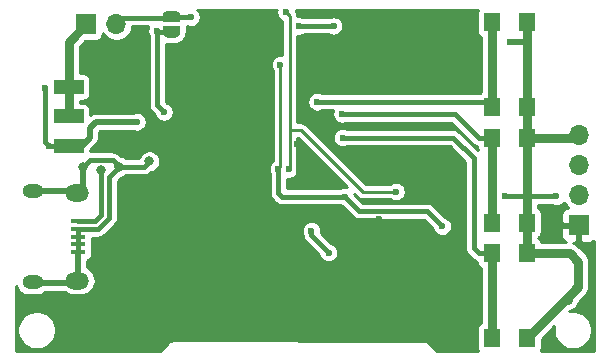
<source format=gbr>
G04 #@! TF.GenerationSoftware,KiCad,Pcbnew,(5.1.5)-2*
G04 #@! TF.CreationDate,2020-03-24T14:33:53+08:00*
G04 #@! TF.ProjectId,EV Meter,4556204d-6574-4657-922e-6b696361645f,rev?*
G04 #@! TF.SameCoordinates,Original*
G04 #@! TF.FileFunction,Copper,L1,Top*
G04 #@! TF.FilePolarity,Positive*
%FSLAX46Y46*%
G04 Gerber Fmt 4.6, Leading zero omitted, Abs format (unit mm)*
G04 Created by KiCad (PCBNEW (5.1.5)-2) date 2020-03-24 14:33:53*
%MOMM*%
%LPD*%
G04 APERTURE LIST*
%ADD10R,2.500000X1.250000*%
%ADD11R,1.400000X1.600000*%
%ADD12C,0.100000*%
%ADD13O,1.700000X1.700000*%
%ADD14R,1.700000X1.700000*%
%ADD15O,1.800000X1.150000*%
%ADD16O,2.000000X1.450000*%
%ADD17R,1.300000X0.450000*%
%ADD18C,0.600000*%
%ADD19C,0.800000*%
%ADD20C,0.400000*%
%ADD21C,0.250000*%
%ADD22C,0.800000*%
%ADD23C,0.500000*%
%ADD24C,0.254000*%
G04 APERTURE END LIST*
D10*
X116450000Y-116400000D03*
X116450000Y-113900000D03*
X116450000Y-111400000D03*
D11*
X152216400Y-125467600D03*
X152216400Y-132667600D03*
X155216400Y-125467600D03*
X155216400Y-132667600D03*
X152216400Y-115701300D03*
X152216400Y-122901300D03*
X155216400Y-115701300D03*
X155216400Y-122901300D03*
X152216400Y-105935000D03*
X152216400Y-113135000D03*
X155216400Y-105935000D03*
X155216400Y-113135000D03*
G04 #@! TA.AperFunction,SMDPad,CuDef*
D12*
G36*
X125865398Y-106730600D02*
G01*
X125865398Y-106755134D01*
X125860588Y-106803965D01*
X125851016Y-106852090D01*
X125836772Y-106899045D01*
X125817995Y-106944378D01*
X125794864Y-106987651D01*
X125767604Y-107028450D01*
X125736476Y-107066379D01*
X125701779Y-107101076D01*
X125663850Y-107132204D01*
X125623051Y-107159464D01*
X125579778Y-107182595D01*
X125534445Y-107201372D01*
X125487490Y-107215616D01*
X125439365Y-107225188D01*
X125390534Y-107229998D01*
X125366000Y-107229998D01*
X125366000Y-107230600D01*
X124866000Y-107230600D01*
X124866000Y-107229998D01*
X124841466Y-107229998D01*
X124792635Y-107225188D01*
X124744510Y-107215616D01*
X124697555Y-107201372D01*
X124652222Y-107182595D01*
X124608949Y-107159464D01*
X124568150Y-107132204D01*
X124530221Y-107101076D01*
X124495524Y-107066379D01*
X124464396Y-107028450D01*
X124437136Y-106987651D01*
X124414005Y-106944378D01*
X124395228Y-106899045D01*
X124380984Y-106852090D01*
X124371412Y-106803965D01*
X124366602Y-106755134D01*
X124366602Y-106730600D01*
X124366000Y-106730600D01*
X124366000Y-106230600D01*
X125866000Y-106230600D01*
X125866000Y-106730600D01*
X125865398Y-106730600D01*
G37*
G04 #@! TD.AperFunction*
G04 #@! TA.AperFunction,SMDPad,CuDef*
G36*
X124366000Y-105930600D02*
G01*
X124366000Y-105430600D01*
X124366602Y-105430600D01*
X124366602Y-105406066D01*
X124371412Y-105357235D01*
X124380984Y-105309110D01*
X124395228Y-105262155D01*
X124414005Y-105216822D01*
X124437136Y-105173549D01*
X124464396Y-105132750D01*
X124495524Y-105094821D01*
X124530221Y-105060124D01*
X124568150Y-105028996D01*
X124608949Y-105001736D01*
X124652222Y-104978605D01*
X124697555Y-104959828D01*
X124744510Y-104945584D01*
X124792635Y-104936012D01*
X124841466Y-104931202D01*
X124866000Y-104931202D01*
X124866000Y-104930600D01*
X125366000Y-104930600D01*
X125366000Y-104931202D01*
X125390534Y-104931202D01*
X125439365Y-104936012D01*
X125487490Y-104945584D01*
X125534445Y-104959828D01*
X125579778Y-104978605D01*
X125623051Y-105001736D01*
X125663850Y-105028996D01*
X125701779Y-105060124D01*
X125736476Y-105094821D01*
X125767604Y-105132750D01*
X125794864Y-105173549D01*
X125817995Y-105216822D01*
X125836772Y-105262155D01*
X125851016Y-105309110D01*
X125860588Y-105357235D01*
X125865398Y-105406066D01*
X125865398Y-105430600D01*
X125866000Y-105430600D01*
X125866000Y-105930600D01*
X124366000Y-105930600D01*
G37*
G04 #@! TD.AperFunction*
D13*
X159583800Y-115478600D03*
X159583800Y-118018600D03*
X159583800Y-120558600D03*
D14*
X159583800Y-123098600D03*
D13*
X120440000Y-106100000D03*
D14*
X117900000Y-106100000D03*
D15*
X113350000Y-127954000D03*
X113350000Y-120204000D03*
D16*
X117150000Y-127804000D03*
X117150000Y-120354000D03*
D17*
X117200000Y-125379000D03*
X117200000Y-124729000D03*
X117200000Y-124079000D03*
X117200000Y-123429000D03*
X117200000Y-122779000D03*
D18*
X144094200Y-117094000D03*
X135758600Y-116215200D03*
X135453800Y-119237800D03*
X142642000Y-122616000D03*
X130196000Y-129067600D03*
X129408600Y-121701600D03*
X144119700Y-119227500D03*
X153339800Y-120675400D03*
X153767200Y-107579200D03*
D19*
X123240800Y-117703600D03*
X117652800Y-118186200D03*
D18*
X126767000Y-105496400D03*
X138832000Y-106233000D03*
X135911000Y-106233000D03*
D19*
X120700800Y-118160800D03*
X159550102Y-128282700D03*
D18*
X157708600Y-120675404D03*
D19*
X119126000Y-118465600D03*
D18*
X114397200Y-111490800D03*
X114727400Y-116418400D03*
X122199400Y-114350800D03*
X124481000Y-113522800D03*
X123896800Y-106639400D03*
X137435000Y-112659200D03*
X139573000Y-113690400D03*
X139598400Y-115697000D03*
X139771800Y-120701010D03*
X134336200Y-109509600D03*
X134158400Y-118348800D03*
X148031200Y-123190000D03*
X134818804Y-105090000D03*
X135022000Y-118374200D03*
X144119600Y-120269000D03*
X136952400Y-123581200D03*
X138425600Y-125435400D03*
D20*
X130196000Y-129067600D02*
X130196000Y-123276400D01*
X129408600Y-122489000D02*
X129408600Y-121701600D01*
X130196000Y-123276400D02*
X129408600Y-122489000D01*
X129408600Y-121701600D02*
X139746400Y-121701600D01*
X139746400Y-121701600D02*
X140686200Y-122641400D01*
X140686200Y-122641400D02*
X142642000Y-122641400D01*
D21*
X135753799Y-118937801D02*
X135753799Y-116220001D01*
X135453800Y-119237800D02*
X135753799Y-118937801D01*
D20*
X144094200Y-119202000D02*
X144119700Y-119227500D01*
X144094200Y-117094000D02*
X144094200Y-119202000D01*
X117200000Y-123429000D02*
X117200000Y-125344600D01*
X117200000Y-123429000D02*
X118912400Y-123429000D01*
X118912400Y-123429000D02*
X119837200Y-122504200D01*
X119837200Y-122504200D02*
X119837200Y-119024400D01*
X119837200Y-119024400D02*
X120700800Y-118160800D01*
X120440000Y-106100000D02*
X120440000Y-105575000D01*
X120440000Y-105575000D02*
X120467800Y-105547200D01*
X120467800Y-105547200D02*
X125141400Y-105547200D01*
D22*
X155216400Y-113135000D02*
X155216400Y-115680400D01*
X155216400Y-124501300D02*
X155215000Y-124502700D01*
X155216400Y-122901300D02*
X155216400Y-124501300D01*
D20*
X135911000Y-106233000D02*
X138832000Y-106233000D01*
X126767000Y-105496400D02*
X125192200Y-105496400D01*
X120126800Y-117586800D02*
X120700800Y-118160800D01*
X117652800Y-118186200D02*
X118252200Y-117586800D01*
X118252200Y-117586800D02*
X120126800Y-117586800D01*
X122783600Y-118160800D02*
X123240800Y-117703600D01*
X120700800Y-118160800D02*
X122783600Y-118160800D01*
D22*
X155216400Y-117301300D02*
X155215000Y-117302700D01*
X155216400Y-115701300D02*
X155216400Y-117301300D01*
X155216400Y-107535000D02*
X155215000Y-107536400D01*
X155216400Y-105935000D02*
X155216400Y-107535000D01*
X155215000Y-107536400D02*
X155215000Y-113065600D01*
X155216400Y-115701300D02*
X159335700Y-115701300D01*
X159335700Y-115701300D02*
X159609200Y-115427800D01*
D23*
X155172200Y-107579200D02*
X155215000Y-107536400D01*
X153767200Y-107579200D02*
X155172200Y-107579200D01*
X117652800Y-118186200D02*
X117652800Y-119766800D01*
X117652800Y-119766800D02*
X117191200Y-120228400D01*
X117191200Y-120228400D02*
X117165800Y-120203000D01*
X117165800Y-120203000D02*
X113432000Y-120203000D01*
X117200000Y-125379000D02*
X117200000Y-127814200D01*
X117200000Y-127814200D02*
X117038800Y-127975400D01*
X117038800Y-127975400D02*
X113355800Y-127975400D01*
D22*
X158666915Y-129165887D02*
X158666915Y-129463800D01*
X159550102Y-128282700D02*
X158666915Y-129165887D01*
X155215000Y-132649000D02*
X159550102Y-128313898D01*
X159550102Y-128313898D02*
X159550102Y-128282700D01*
X159550102Y-126187202D02*
X159550102Y-128282700D01*
X155216400Y-125467600D02*
X158830500Y-125467600D01*
X158830500Y-125467600D02*
X159550102Y-126187202D01*
X155215000Y-117302700D02*
X155219400Y-120675400D01*
D20*
X153339800Y-120675400D02*
X155219400Y-120675400D01*
D22*
X155219400Y-120675400D02*
X155215000Y-122870000D01*
D20*
X155219400Y-120675400D02*
X155219404Y-120675404D01*
X155219404Y-120675404D02*
X157284336Y-120675404D01*
X157284336Y-120675404D02*
X157708600Y-120675404D01*
X117200000Y-122779000D02*
X118597200Y-122779000D01*
X118597200Y-122779000D02*
X119126000Y-122250200D01*
X119126000Y-122250200D02*
X119126000Y-118465600D01*
X119126000Y-118465600D02*
X119126000Y-118465600D01*
D23*
X118186200Y-114884200D02*
X118186200Y-115697000D01*
X118186200Y-115697000D02*
X117500400Y-116382800D01*
X118719600Y-114350800D02*
X118186200Y-114884200D01*
X122199400Y-114350800D02*
X118719600Y-114350800D01*
D20*
X114727400Y-116418400D02*
X115151664Y-116418400D01*
X115151664Y-116418400D02*
X116429200Y-116418400D01*
X114397200Y-116088200D02*
X114727400Y-116418400D01*
X114397200Y-111490800D02*
X114397200Y-116088200D01*
D22*
X117900000Y-106100000D02*
X116400000Y-107600000D01*
X116400000Y-107600000D02*
X116400000Y-111300000D01*
X116450000Y-111400000D02*
X116450000Y-113732200D01*
D20*
X123988000Y-106730600D02*
X123896800Y-106639400D01*
X125116000Y-106730600D02*
X123988000Y-106730600D01*
X123896800Y-112938600D02*
X124481000Y-113522800D01*
X123896800Y-106639400D02*
X123896800Y-112938600D01*
D22*
X152216400Y-111535000D02*
X152217800Y-111533600D01*
X152216400Y-113135000D02*
X152216400Y-111535000D01*
X152217800Y-111533600D02*
X152217800Y-105979000D01*
D20*
X137435000Y-112659200D02*
X152207000Y-112659200D01*
D22*
X152216400Y-117301300D02*
X152217800Y-117302700D01*
X152216400Y-115701300D02*
X152216400Y-117301300D01*
X152217800Y-117302700D02*
X152217800Y-122793800D01*
D20*
X151116400Y-115701300D02*
X149105500Y-113690400D01*
X152216400Y-115701300D02*
X151116400Y-115701300D01*
X149105500Y-113690400D02*
X139573000Y-113690400D01*
X139573000Y-113690400D02*
X139573000Y-113690400D01*
D22*
X152216400Y-132667600D02*
X152216400Y-125462200D01*
X152216400Y-125462200D02*
X152217800Y-125460800D01*
D20*
X151116400Y-125467600D02*
X150698200Y-125049400D01*
X152216400Y-125467600D02*
X151116400Y-125467600D01*
X150698200Y-125049400D02*
X150698200Y-117424200D01*
X150698200Y-117424200D02*
X148971000Y-115697000D01*
X148971000Y-115697000D02*
X139598400Y-115697000D01*
X139598400Y-115697000D02*
X139598400Y-115697000D01*
D21*
X134336200Y-118171000D02*
X134158400Y-118348800D01*
X134336200Y-109509600D02*
X134336200Y-118171000D01*
D20*
X139771800Y-120701010D02*
X134453210Y-120701010D01*
X134158400Y-120406200D02*
X134158400Y-118348800D01*
X134453210Y-120701010D02*
X134158400Y-120406200D01*
X139771800Y-120701010D02*
X140990790Y-121920000D01*
X140990790Y-121920000D02*
X142301998Y-121920000D01*
X142305999Y-121915999D02*
X146757199Y-121915999D01*
X142301998Y-121920000D02*
X142305999Y-121915999D01*
X146757199Y-121915999D02*
X148031200Y-123190000D01*
X148031200Y-123190000D02*
X148031200Y-123190000D01*
D21*
X135118803Y-118277397D02*
X135022000Y-118374200D01*
X134818804Y-105090000D02*
X135118803Y-105389999D01*
X141300200Y-120269000D02*
X136093200Y-115062000D01*
X144119600Y-120269000D02*
X141300200Y-120269000D01*
X136093200Y-115062000D02*
X135128000Y-115062000D01*
X135118803Y-105389999D02*
X135128000Y-115062000D01*
X135128000Y-115062000D02*
X135118803Y-118277397D01*
D20*
X136952400Y-123962200D02*
X138425600Y-125435400D01*
X136952400Y-123581200D02*
X136952400Y-123962200D01*
D24*
G36*
X133991804Y-105008548D02*
G01*
X133991804Y-105171452D01*
X134023586Y-105331227D01*
X134085927Y-105481731D01*
X134176432Y-105617181D01*
X134291623Y-105732372D01*
X134427073Y-105822877D01*
X134467230Y-105839511D01*
X134469944Y-108693002D01*
X134417652Y-108682600D01*
X134254748Y-108682600D01*
X134094973Y-108714382D01*
X133944469Y-108776723D01*
X133809019Y-108867228D01*
X133693828Y-108982419D01*
X133603323Y-109117869D01*
X133540982Y-109268373D01*
X133509200Y-109428148D01*
X133509200Y-109591052D01*
X133540982Y-109750827D01*
X133603323Y-109901331D01*
X133684200Y-110022372D01*
X133684201Y-117671027D01*
X133631219Y-117706428D01*
X133516028Y-117821619D01*
X133425523Y-117957069D01*
X133363182Y-118107573D01*
X133331400Y-118267348D01*
X133331400Y-118430252D01*
X133363182Y-118590027D01*
X133425523Y-118740531D01*
X133431401Y-118749328D01*
X133431400Y-120370492D01*
X133427883Y-120406200D01*
X133441920Y-120548717D01*
X133455641Y-120593948D01*
X133483490Y-120685756D01*
X133550997Y-120812052D01*
X133641846Y-120922753D01*
X133669590Y-120945522D01*
X133913884Y-121189816D01*
X133936656Y-121217564D01*
X134047357Y-121308413D01*
X134173653Y-121375920D01*
X134310693Y-121417490D01*
X134417502Y-121428010D01*
X134417504Y-121428010D01*
X134453209Y-121431527D01*
X134488915Y-121428010D01*
X139371273Y-121428010D01*
X139380069Y-121433887D01*
X139530573Y-121496228D01*
X139540950Y-121498292D01*
X140451469Y-122408812D01*
X140474236Y-122436554D01*
X140584937Y-122527403D01*
X140711233Y-122594910D01*
X140816377Y-122626805D01*
X140848272Y-122636480D01*
X140990789Y-122650517D01*
X141026497Y-122647000D01*
X142266290Y-122647000D01*
X142301998Y-122650517D01*
X142378328Y-122642999D01*
X146456067Y-122642999D01*
X147233918Y-123420851D01*
X147235982Y-123431227D01*
X147298323Y-123581731D01*
X147388828Y-123717181D01*
X147504019Y-123832372D01*
X147639469Y-123922877D01*
X147789973Y-123985218D01*
X147949748Y-124017000D01*
X148112652Y-124017000D01*
X148272427Y-123985218D01*
X148422931Y-123922877D01*
X148558381Y-123832372D01*
X148673572Y-123717181D01*
X148764077Y-123581731D01*
X148826418Y-123431227D01*
X148858200Y-123271452D01*
X148858200Y-123108548D01*
X148826418Y-122948773D01*
X148764077Y-122798269D01*
X148673572Y-122662819D01*
X148558381Y-122547628D01*
X148422931Y-122457123D01*
X148272427Y-122394782D01*
X148262051Y-122392718D01*
X147296525Y-121427193D01*
X147273753Y-121399445D01*
X147163052Y-121308596D01*
X147036756Y-121241089D01*
X146899716Y-121199519D01*
X146792907Y-121188999D01*
X146757199Y-121185482D01*
X146721491Y-121188999D01*
X142341704Y-121188999D01*
X142305998Y-121185482D01*
X142270293Y-121188999D01*
X142270291Y-121188999D01*
X142229669Y-121193000D01*
X141291923Y-121193000D01*
X140569082Y-120470160D01*
X140567018Y-120459783D01*
X140565676Y-120456543D01*
X140816520Y-120707387D01*
X140836936Y-120732264D01*
X140936216Y-120813741D01*
X141049483Y-120874283D01*
X141172385Y-120911565D01*
X141300199Y-120924154D01*
X141332221Y-120921000D01*
X143606828Y-120921000D01*
X143727869Y-121001877D01*
X143878373Y-121064218D01*
X144038148Y-121096000D01*
X144201052Y-121096000D01*
X144360827Y-121064218D01*
X144511331Y-121001877D01*
X144646781Y-120911372D01*
X144761972Y-120796181D01*
X144852477Y-120660731D01*
X144914818Y-120510227D01*
X144946600Y-120350452D01*
X144946600Y-120187548D01*
X144914818Y-120027773D01*
X144852477Y-119877269D01*
X144761972Y-119741819D01*
X144646781Y-119626628D01*
X144511331Y-119536123D01*
X144360827Y-119473782D01*
X144201052Y-119442000D01*
X144038148Y-119442000D01*
X143878373Y-119473782D01*
X143727869Y-119536123D01*
X143606828Y-119617000D01*
X141570267Y-119617000D01*
X136576885Y-114623619D01*
X136556464Y-114598736D01*
X136457184Y-114517259D01*
X136343917Y-114456717D01*
X136221014Y-114419435D01*
X136125222Y-114410000D01*
X136093200Y-114406846D01*
X136061178Y-114410000D01*
X135779380Y-114410000D01*
X135772380Y-107048628D01*
X135829548Y-107060000D01*
X135992452Y-107060000D01*
X136152227Y-107028218D01*
X136302731Y-106965877D01*
X136311527Y-106960000D01*
X138431473Y-106960000D01*
X138440269Y-106965877D01*
X138590773Y-107028218D01*
X138750548Y-107060000D01*
X138913452Y-107060000D01*
X139073227Y-107028218D01*
X139223731Y-106965877D01*
X139359181Y-106875372D01*
X139474372Y-106760181D01*
X139564877Y-106624731D01*
X139627218Y-106474227D01*
X139659000Y-106314452D01*
X139659000Y-106151548D01*
X139627218Y-105991773D01*
X139564877Y-105841269D01*
X139474372Y-105705819D01*
X139359181Y-105590628D01*
X139223731Y-105500123D01*
X139073227Y-105437782D01*
X138913452Y-105406000D01*
X138750548Y-105406000D01*
X138590773Y-105437782D01*
X138440269Y-105500123D01*
X138431473Y-105506000D01*
X136311527Y-105506000D01*
X136302731Y-105500123D01*
X136152227Y-105437782D01*
X135992452Y-105406000D01*
X135829548Y-105406000D01*
X135771239Y-105417599D01*
X135773957Y-105389999D01*
X135770772Y-105357665D01*
X135770772Y-105357358D01*
X135767670Y-105326172D01*
X135761368Y-105262184D01*
X135761277Y-105261883D01*
X135761246Y-105261575D01*
X135742772Y-105200881D01*
X135724086Y-105139283D01*
X135723938Y-105139006D01*
X135723847Y-105138707D01*
X135693575Y-105082201D01*
X135663543Y-105026016D01*
X135663346Y-105025776D01*
X135663197Y-105025498D01*
X135644701Y-105003004D01*
X135614664Y-104852000D01*
X151070108Y-104852000D01*
X151027161Y-104932350D01*
X150997026Y-105031690D01*
X150986851Y-105135000D01*
X150986851Y-106735000D01*
X150997026Y-106838310D01*
X151027161Y-106937650D01*
X151076096Y-107029202D01*
X151141952Y-107109448D01*
X151222198Y-107175304D01*
X151290801Y-107211973D01*
X151290800Y-111475258D01*
X151284916Y-111535000D01*
X151289401Y-111580537D01*
X151289401Y-111858776D01*
X151222198Y-111894696D01*
X151176499Y-111932200D01*
X137835527Y-111932200D01*
X137826731Y-111926323D01*
X137676227Y-111863982D01*
X137516452Y-111832200D01*
X137353548Y-111832200D01*
X137193773Y-111863982D01*
X137043269Y-111926323D01*
X136907819Y-112016828D01*
X136792628Y-112132019D01*
X136702123Y-112267469D01*
X136639782Y-112417973D01*
X136608000Y-112577748D01*
X136608000Y-112740652D01*
X136639782Y-112900427D01*
X136702123Y-113050931D01*
X136792628Y-113186381D01*
X136907819Y-113301572D01*
X137043269Y-113392077D01*
X137193773Y-113454418D01*
X137353548Y-113486200D01*
X137516452Y-113486200D01*
X137676227Y-113454418D01*
X137826731Y-113392077D01*
X137835527Y-113386200D01*
X138803866Y-113386200D01*
X138777782Y-113449173D01*
X138746000Y-113608948D01*
X138746000Y-113771852D01*
X138777782Y-113931627D01*
X138840123Y-114082131D01*
X138930628Y-114217581D01*
X139045819Y-114332772D01*
X139181269Y-114423277D01*
X139331773Y-114485618D01*
X139491548Y-114517400D01*
X139654452Y-114517400D01*
X139814227Y-114485618D01*
X139964731Y-114423277D01*
X139973527Y-114417400D01*
X148804368Y-114417400D01*
X150577079Y-116190112D01*
X150599846Y-116217854D01*
X150710547Y-116308703D01*
X150780656Y-116346177D01*
X150836843Y-116376210D01*
X150973882Y-116417780D01*
X150986851Y-116419057D01*
X150986851Y-116501300D01*
X150997026Y-116604610D01*
X151027161Y-116703950D01*
X151051363Y-116749229D01*
X149510325Y-115208193D01*
X149487554Y-115180446D01*
X149376853Y-115089597D01*
X149250557Y-115022090D01*
X149113517Y-114980520D01*
X149006708Y-114970000D01*
X148971000Y-114966483D01*
X148935292Y-114970000D01*
X139998927Y-114970000D01*
X139990131Y-114964123D01*
X139839627Y-114901782D01*
X139679852Y-114870000D01*
X139516948Y-114870000D01*
X139357173Y-114901782D01*
X139206669Y-114964123D01*
X139071219Y-115054628D01*
X138956028Y-115169819D01*
X138865523Y-115305269D01*
X138803182Y-115455773D01*
X138771400Y-115615548D01*
X138771400Y-115778452D01*
X138803182Y-115938227D01*
X138865523Y-116088731D01*
X138956028Y-116224181D01*
X139071219Y-116339372D01*
X139206669Y-116429877D01*
X139357173Y-116492218D01*
X139516948Y-116524000D01*
X139679852Y-116524000D01*
X139839627Y-116492218D01*
X139990131Y-116429877D01*
X139998927Y-116424000D01*
X148669868Y-116424000D01*
X149971201Y-117725335D01*
X149971200Y-125013692D01*
X149967683Y-125049400D01*
X149981720Y-125191917D01*
X150008584Y-125280476D01*
X150023290Y-125328956D01*
X150090797Y-125455252D01*
X150181646Y-125565953D01*
X150209390Y-125588722D01*
X150577074Y-125956406D01*
X150599846Y-125984154D01*
X150710547Y-126075003D01*
X150806440Y-126126259D01*
X150836843Y-126142510D01*
X150973882Y-126184080D01*
X150986851Y-126185357D01*
X150986851Y-126267600D01*
X150997026Y-126370910D01*
X151027161Y-126470250D01*
X151076096Y-126561802D01*
X151141952Y-126642048D01*
X151222198Y-126707904D01*
X151289401Y-126743824D01*
X151289400Y-131391376D01*
X151222198Y-131427296D01*
X151141952Y-131493152D01*
X151076096Y-131573398D01*
X151027161Y-131664950D01*
X150997026Y-131764290D01*
X150986851Y-131867600D01*
X150986851Y-133467600D01*
X150997026Y-133570910D01*
X151027161Y-133670250D01*
X151068719Y-133748000D01*
X147618641Y-133748000D01*
X146907260Y-133079594D01*
X146895858Y-133065639D01*
X146867737Y-133042459D01*
X146861026Y-133036153D01*
X146846820Y-133025216D01*
X146811955Y-132996477D01*
X146803790Y-132992090D01*
X146796451Y-132986440D01*
X146755973Y-132966398D01*
X146716171Y-132945013D01*
X146707310Y-132942304D01*
X146699007Y-132938193D01*
X146655399Y-132926434D01*
X146612188Y-132913224D01*
X146602965Y-132912295D01*
X146594022Y-132909884D01*
X146548965Y-132906858D01*
X146531103Y-132905060D01*
X146521885Y-132905040D01*
X146485533Y-132902599D01*
X146467664Y-132904923D01*
X125263358Y-132859043D01*
X125228273Y-132856526D01*
X125182184Y-132862305D01*
X125135967Y-132866756D01*
X125128318Y-132869058D01*
X125120384Y-132870053D01*
X125076298Y-132884715D01*
X125031847Y-132898094D01*
X125024794Y-132901844D01*
X125017206Y-132904368D01*
X124976817Y-132927355D01*
X124935841Y-132949144D01*
X124929657Y-132954197D01*
X124922706Y-132958153D01*
X124887587Y-132988571D01*
X124851639Y-133017942D01*
X124829267Y-133045082D01*
X124162721Y-133748000D01*
X111952000Y-133748000D01*
X111952000Y-131839755D01*
X112073000Y-131839755D01*
X112073000Y-132160245D01*
X112135525Y-132474578D01*
X112258172Y-132770673D01*
X112436227Y-133037152D01*
X112662848Y-133263773D01*
X112929327Y-133441828D01*
X113225422Y-133564475D01*
X113539755Y-133627000D01*
X113860245Y-133627000D01*
X114174578Y-133564475D01*
X114470673Y-133441828D01*
X114737152Y-133263773D01*
X114963773Y-133037152D01*
X115141828Y-132770673D01*
X115264475Y-132474578D01*
X115327000Y-132160245D01*
X115327000Y-131839755D01*
X115264475Y-131525422D01*
X115141828Y-131229327D01*
X114963773Y-130962848D01*
X114737152Y-130736227D01*
X114470673Y-130558172D01*
X114174578Y-130435525D01*
X113860245Y-130373000D01*
X113539755Y-130373000D01*
X113225422Y-130435525D01*
X112929327Y-130558172D01*
X112662848Y-130736227D01*
X112436227Y-130962848D01*
X112258172Y-131229327D01*
X112135525Y-131525422D01*
X112073000Y-131839755D01*
X111952000Y-131839755D01*
X111952000Y-128213066D01*
X112001959Y-128377758D01*
X112104287Y-128569201D01*
X112241998Y-128737002D01*
X112409799Y-128874713D01*
X112601242Y-128977041D01*
X112808970Y-129040055D01*
X112970863Y-129056000D01*
X113729137Y-129056000D01*
X113891030Y-129040055D01*
X114098758Y-128977041D01*
X114290201Y-128874713D01*
X114439240Y-128752400D01*
X116057091Y-128752400D01*
X116176061Y-128850036D01*
X116393562Y-128966293D01*
X116629565Y-129037884D01*
X116813502Y-129056000D01*
X117486498Y-129056000D01*
X117670435Y-129037884D01*
X117906438Y-128966293D01*
X118123939Y-128850036D01*
X118314581Y-128693581D01*
X118471036Y-128502939D01*
X118587293Y-128285438D01*
X118658884Y-128049435D01*
X118683057Y-127804000D01*
X118658884Y-127558565D01*
X118587293Y-127322562D01*
X118471036Y-127105061D01*
X118314581Y-126914419D01*
X118123939Y-126757964D01*
X117977000Y-126679423D01*
X117977000Y-126116188D01*
X118052650Y-126093239D01*
X118144202Y-126044304D01*
X118224448Y-125978448D01*
X118290304Y-125898202D01*
X118339239Y-125806650D01*
X118369374Y-125707310D01*
X118379549Y-125604000D01*
X118379549Y-125154000D01*
X118369700Y-125054000D01*
X118379549Y-124954000D01*
X118379549Y-124504000D01*
X118369700Y-124404000D01*
X118379549Y-124304000D01*
X118379549Y-124156000D01*
X118876692Y-124156000D01*
X118912400Y-124159517D01*
X119054917Y-124145480D01*
X119067695Y-124141604D01*
X119191957Y-124103910D01*
X119318253Y-124036403D01*
X119428954Y-123945554D01*
X119451725Y-123917807D01*
X119869784Y-123499748D01*
X136125400Y-123499748D01*
X136125400Y-123662652D01*
X136157182Y-123822427D01*
X136219523Y-123972931D01*
X136223531Y-123978929D01*
X136225400Y-123997907D01*
X136225400Y-123997908D01*
X136235920Y-124104717D01*
X136277490Y-124241757D01*
X136344997Y-124368053D01*
X136435847Y-124478754D01*
X136463589Y-124501521D01*
X137628318Y-125666251D01*
X137630382Y-125676627D01*
X137692723Y-125827131D01*
X137783228Y-125962581D01*
X137898419Y-126077772D01*
X138033869Y-126168277D01*
X138184373Y-126230618D01*
X138344148Y-126262400D01*
X138507052Y-126262400D01*
X138666827Y-126230618D01*
X138817331Y-126168277D01*
X138952781Y-126077772D01*
X139067972Y-125962581D01*
X139158477Y-125827131D01*
X139220818Y-125676627D01*
X139252600Y-125516852D01*
X139252600Y-125353948D01*
X139220818Y-125194173D01*
X139158477Y-125043669D01*
X139067972Y-124908219D01*
X138952781Y-124793028D01*
X138817331Y-124702523D01*
X138666827Y-124640182D01*
X138656451Y-124638118D01*
X137763071Y-123744739D01*
X137779400Y-123662652D01*
X137779400Y-123499748D01*
X137747618Y-123339973D01*
X137685277Y-123189469D01*
X137594772Y-123054019D01*
X137479581Y-122938828D01*
X137344131Y-122848323D01*
X137193627Y-122785982D01*
X137033852Y-122754200D01*
X136870948Y-122754200D01*
X136711173Y-122785982D01*
X136560669Y-122848323D01*
X136425219Y-122938828D01*
X136310028Y-123054019D01*
X136219523Y-123189469D01*
X136157182Y-123339973D01*
X136125400Y-123499748D01*
X119869784Y-123499748D01*
X120326021Y-123043512D01*
X120353753Y-123020754D01*
X120376512Y-122993022D01*
X120376516Y-122993018D01*
X120420988Y-122938828D01*
X120444603Y-122910053D01*
X120512110Y-122783757D01*
X120525681Y-122739018D01*
X120553680Y-122646718D01*
X120567717Y-122504200D01*
X120564200Y-122468492D01*
X120564200Y-119325533D01*
X120804374Y-119085359D01*
X120971196Y-119052176D01*
X121139899Y-118982296D01*
X121281324Y-118887800D01*
X122747892Y-118887800D01*
X122783600Y-118891317D01*
X122926117Y-118877280D01*
X122990084Y-118857876D01*
X123063157Y-118835710D01*
X123189453Y-118768203D01*
X123300154Y-118677354D01*
X123322926Y-118649606D01*
X123344373Y-118628159D01*
X123511196Y-118594976D01*
X123679899Y-118525096D01*
X123831728Y-118423648D01*
X123960848Y-118294528D01*
X124062296Y-118142699D01*
X124132176Y-117973996D01*
X124167800Y-117794901D01*
X124167800Y-117612299D01*
X124132176Y-117433204D01*
X124062296Y-117264501D01*
X123960848Y-117112672D01*
X123831728Y-116983552D01*
X123679899Y-116882104D01*
X123511196Y-116812224D01*
X123332101Y-116776600D01*
X123149499Y-116776600D01*
X122970404Y-116812224D01*
X122801701Y-116882104D01*
X122649872Y-116983552D01*
X122520752Y-117112672D01*
X122419304Y-117264501D01*
X122349424Y-117433204D01*
X122349305Y-117433800D01*
X121281324Y-117433800D01*
X121139899Y-117339304D01*
X120971196Y-117269424D01*
X120804373Y-117236241D01*
X120666125Y-117097993D01*
X120643354Y-117070246D01*
X120532653Y-116979397D01*
X120406357Y-116911890D01*
X120269317Y-116870320D01*
X120162508Y-116859800D01*
X120126800Y-116856283D01*
X120091092Y-116859800D01*
X118287908Y-116859800D01*
X118252200Y-116856283D01*
X118229549Y-116858514D01*
X118229549Y-116752494D01*
X118708636Y-116273408D01*
X118738280Y-116249080D01*
X118780278Y-116197905D01*
X118835378Y-116130766D01*
X118898567Y-116012547D01*
X118907527Y-115995784D01*
X118951957Y-115849319D01*
X118963200Y-115735166D01*
X118963200Y-115735164D01*
X118966959Y-115697000D01*
X118963200Y-115658837D01*
X118963200Y-115206043D01*
X119041444Y-115127800D01*
X121914191Y-115127800D01*
X121958173Y-115146018D01*
X122117948Y-115177800D01*
X122280852Y-115177800D01*
X122440627Y-115146018D01*
X122591131Y-115083677D01*
X122726581Y-114993172D01*
X122841772Y-114877981D01*
X122932277Y-114742531D01*
X122994618Y-114592027D01*
X123026400Y-114432252D01*
X123026400Y-114269348D01*
X122994618Y-114109573D01*
X122932277Y-113959069D01*
X122841772Y-113823619D01*
X122726581Y-113708428D01*
X122591131Y-113617923D01*
X122440627Y-113555582D01*
X122280852Y-113523800D01*
X122117948Y-113523800D01*
X121958173Y-113555582D01*
X121914191Y-113573800D01*
X118757763Y-113573800D01*
X118719600Y-113570041D01*
X118681436Y-113573800D01*
X118681434Y-113573800D01*
X118567281Y-113585043D01*
X118420816Y-113629473D01*
X118377728Y-113652504D01*
X118285834Y-113701622D01*
X118229549Y-113747814D01*
X118229549Y-113275000D01*
X118219374Y-113171690D01*
X118189239Y-113072350D01*
X118140304Y-112980798D01*
X118074448Y-112900552D01*
X117994202Y-112834696D01*
X117902650Y-112785761D01*
X117803310Y-112755626D01*
X117700000Y-112745451D01*
X117377000Y-112745451D01*
X117377000Y-112554549D01*
X117700000Y-112554549D01*
X117803310Y-112544374D01*
X117902650Y-112514239D01*
X117994202Y-112465304D01*
X118074448Y-112399448D01*
X118140304Y-112319202D01*
X118189239Y-112227650D01*
X118219374Y-112128310D01*
X118229549Y-112025000D01*
X118229549Y-110775000D01*
X118219374Y-110671690D01*
X118189239Y-110572350D01*
X118140304Y-110480798D01*
X118074448Y-110400552D01*
X117994202Y-110334696D01*
X117902650Y-110285761D01*
X117803310Y-110255626D01*
X117700000Y-110245451D01*
X117327000Y-110245451D01*
X117327000Y-107983975D01*
X117831427Y-107479549D01*
X118750000Y-107479549D01*
X118853310Y-107469374D01*
X118952650Y-107439239D01*
X119044202Y-107390304D01*
X119124448Y-107324448D01*
X119190304Y-107244202D01*
X119239239Y-107152650D01*
X119269374Y-107053310D01*
X119279549Y-106950000D01*
X119279549Y-106841798D01*
X119370414Y-106977787D01*
X119562213Y-107169586D01*
X119787746Y-107320282D01*
X120038344Y-107424083D01*
X120304377Y-107477000D01*
X120575623Y-107477000D01*
X120841656Y-107424083D01*
X121092254Y-107320282D01*
X121317787Y-107169586D01*
X121509586Y-106977787D01*
X121660282Y-106752254D01*
X121764083Y-106501656D01*
X121809327Y-106274200D01*
X123152933Y-106274200D01*
X123101582Y-106398173D01*
X123069800Y-106557948D01*
X123069800Y-106720852D01*
X123101582Y-106880627D01*
X123163923Y-107031131D01*
X123169800Y-107039927D01*
X123169801Y-112902882D01*
X123166283Y-112938600D01*
X123180320Y-113081117D01*
X123221890Y-113218156D01*
X123289398Y-113344453D01*
X123380247Y-113455154D01*
X123407989Y-113477921D01*
X123683718Y-113753650D01*
X123685782Y-113764027D01*
X123748123Y-113914531D01*
X123838628Y-114049981D01*
X123953819Y-114165172D01*
X124089269Y-114255677D01*
X124239773Y-114318018D01*
X124399548Y-114349800D01*
X124562452Y-114349800D01*
X124722227Y-114318018D01*
X124872731Y-114255677D01*
X125008181Y-114165172D01*
X125123372Y-114049981D01*
X125213877Y-113914531D01*
X125276218Y-113764027D01*
X125308000Y-113604252D01*
X125308000Y-113441348D01*
X125276218Y-113281573D01*
X125213877Y-113131069D01*
X125123372Y-112995619D01*
X125008181Y-112880428D01*
X124872731Y-112789923D01*
X124722227Y-112727582D01*
X124711850Y-112725518D01*
X124623800Y-112637468D01*
X124623800Y-107729689D01*
X124713681Y-107747567D01*
X124816991Y-107757742D01*
X124841551Y-107757742D01*
X124866000Y-107760150D01*
X125366000Y-107760150D01*
X125390449Y-107757742D01*
X125415009Y-107757742D01*
X125518319Y-107747567D01*
X125614452Y-107728445D01*
X125713790Y-107698311D01*
X125804346Y-107660802D01*
X125895901Y-107611865D01*
X125977400Y-107557409D01*
X126057645Y-107491553D01*
X126126953Y-107422245D01*
X126192809Y-107342000D01*
X126247265Y-107260501D01*
X126296202Y-107168946D01*
X126333711Y-107078390D01*
X126363845Y-106979052D01*
X126382967Y-106882919D01*
X126393142Y-106779609D01*
X126393142Y-106755049D01*
X126395550Y-106730600D01*
X126395550Y-106237678D01*
X126525773Y-106291618D01*
X126685548Y-106323400D01*
X126848452Y-106323400D01*
X127008227Y-106291618D01*
X127158731Y-106229277D01*
X127294181Y-106138772D01*
X127409372Y-106023581D01*
X127499877Y-105888131D01*
X127562218Y-105737627D01*
X127594000Y-105577852D01*
X127594000Y-105414948D01*
X127562218Y-105255173D01*
X127499877Y-105104669D01*
X127409372Y-104969219D01*
X127294181Y-104854028D01*
X127291146Y-104852000D01*
X134022944Y-104852000D01*
X133991804Y-105008548D01*
G37*
X133991804Y-105008548D02*
X133991804Y-105171452D01*
X134023586Y-105331227D01*
X134085927Y-105481731D01*
X134176432Y-105617181D01*
X134291623Y-105732372D01*
X134427073Y-105822877D01*
X134467230Y-105839511D01*
X134469944Y-108693002D01*
X134417652Y-108682600D01*
X134254748Y-108682600D01*
X134094973Y-108714382D01*
X133944469Y-108776723D01*
X133809019Y-108867228D01*
X133693828Y-108982419D01*
X133603323Y-109117869D01*
X133540982Y-109268373D01*
X133509200Y-109428148D01*
X133509200Y-109591052D01*
X133540982Y-109750827D01*
X133603323Y-109901331D01*
X133684200Y-110022372D01*
X133684201Y-117671027D01*
X133631219Y-117706428D01*
X133516028Y-117821619D01*
X133425523Y-117957069D01*
X133363182Y-118107573D01*
X133331400Y-118267348D01*
X133331400Y-118430252D01*
X133363182Y-118590027D01*
X133425523Y-118740531D01*
X133431401Y-118749328D01*
X133431400Y-120370492D01*
X133427883Y-120406200D01*
X133441920Y-120548717D01*
X133455641Y-120593948D01*
X133483490Y-120685756D01*
X133550997Y-120812052D01*
X133641846Y-120922753D01*
X133669590Y-120945522D01*
X133913884Y-121189816D01*
X133936656Y-121217564D01*
X134047357Y-121308413D01*
X134173653Y-121375920D01*
X134310693Y-121417490D01*
X134417502Y-121428010D01*
X134417504Y-121428010D01*
X134453209Y-121431527D01*
X134488915Y-121428010D01*
X139371273Y-121428010D01*
X139380069Y-121433887D01*
X139530573Y-121496228D01*
X139540950Y-121498292D01*
X140451469Y-122408812D01*
X140474236Y-122436554D01*
X140584937Y-122527403D01*
X140711233Y-122594910D01*
X140816377Y-122626805D01*
X140848272Y-122636480D01*
X140990789Y-122650517D01*
X141026497Y-122647000D01*
X142266290Y-122647000D01*
X142301998Y-122650517D01*
X142378328Y-122642999D01*
X146456067Y-122642999D01*
X147233918Y-123420851D01*
X147235982Y-123431227D01*
X147298323Y-123581731D01*
X147388828Y-123717181D01*
X147504019Y-123832372D01*
X147639469Y-123922877D01*
X147789973Y-123985218D01*
X147949748Y-124017000D01*
X148112652Y-124017000D01*
X148272427Y-123985218D01*
X148422931Y-123922877D01*
X148558381Y-123832372D01*
X148673572Y-123717181D01*
X148764077Y-123581731D01*
X148826418Y-123431227D01*
X148858200Y-123271452D01*
X148858200Y-123108548D01*
X148826418Y-122948773D01*
X148764077Y-122798269D01*
X148673572Y-122662819D01*
X148558381Y-122547628D01*
X148422931Y-122457123D01*
X148272427Y-122394782D01*
X148262051Y-122392718D01*
X147296525Y-121427193D01*
X147273753Y-121399445D01*
X147163052Y-121308596D01*
X147036756Y-121241089D01*
X146899716Y-121199519D01*
X146792907Y-121188999D01*
X146757199Y-121185482D01*
X146721491Y-121188999D01*
X142341704Y-121188999D01*
X142305998Y-121185482D01*
X142270293Y-121188999D01*
X142270291Y-121188999D01*
X142229669Y-121193000D01*
X141291923Y-121193000D01*
X140569082Y-120470160D01*
X140567018Y-120459783D01*
X140565676Y-120456543D01*
X140816520Y-120707387D01*
X140836936Y-120732264D01*
X140936216Y-120813741D01*
X141049483Y-120874283D01*
X141172385Y-120911565D01*
X141300199Y-120924154D01*
X141332221Y-120921000D01*
X143606828Y-120921000D01*
X143727869Y-121001877D01*
X143878373Y-121064218D01*
X144038148Y-121096000D01*
X144201052Y-121096000D01*
X144360827Y-121064218D01*
X144511331Y-121001877D01*
X144646781Y-120911372D01*
X144761972Y-120796181D01*
X144852477Y-120660731D01*
X144914818Y-120510227D01*
X144946600Y-120350452D01*
X144946600Y-120187548D01*
X144914818Y-120027773D01*
X144852477Y-119877269D01*
X144761972Y-119741819D01*
X144646781Y-119626628D01*
X144511331Y-119536123D01*
X144360827Y-119473782D01*
X144201052Y-119442000D01*
X144038148Y-119442000D01*
X143878373Y-119473782D01*
X143727869Y-119536123D01*
X143606828Y-119617000D01*
X141570267Y-119617000D01*
X136576885Y-114623619D01*
X136556464Y-114598736D01*
X136457184Y-114517259D01*
X136343917Y-114456717D01*
X136221014Y-114419435D01*
X136125222Y-114410000D01*
X136093200Y-114406846D01*
X136061178Y-114410000D01*
X135779380Y-114410000D01*
X135772380Y-107048628D01*
X135829548Y-107060000D01*
X135992452Y-107060000D01*
X136152227Y-107028218D01*
X136302731Y-106965877D01*
X136311527Y-106960000D01*
X138431473Y-106960000D01*
X138440269Y-106965877D01*
X138590773Y-107028218D01*
X138750548Y-107060000D01*
X138913452Y-107060000D01*
X139073227Y-107028218D01*
X139223731Y-106965877D01*
X139359181Y-106875372D01*
X139474372Y-106760181D01*
X139564877Y-106624731D01*
X139627218Y-106474227D01*
X139659000Y-106314452D01*
X139659000Y-106151548D01*
X139627218Y-105991773D01*
X139564877Y-105841269D01*
X139474372Y-105705819D01*
X139359181Y-105590628D01*
X139223731Y-105500123D01*
X139073227Y-105437782D01*
X138913452Y-105406000D01*
X138750548Y-105406000D01*
X138590773Y-105437782D01*
X138440269Y-105500123D01*
X138431473Y-105506000D01*
X136311527Y-105506000D01*
X136302731Y-105500123D01*
X136152227Y-105437782D01*
X135992452Y-105406000D01*
X135829548Y-105406000D01*
X135771239Y-105417599D01*
X135773957Y-105389999D01*
X135770772Y-105357665D01*
X135770772Y-105357358D01*
X135767670Y-105326172D01*
X135761368Y-105262184D01*
X135761277Y-105261883D01*
X135761246Y-105261575D01*
X135742772Y-105200881D01*
X135724086Y-105139283D01*
X135723938Y-105139006D01*
X135723847Y-105138707D01*
X135693575Y-105082201D01*
X135663543Y-105026016D01*
X135663346Y-105025776D01*
X135663197Y-105025498D01*
X135644701Y-105003004D01*
X135614664Y-104852000D01*
X151070108Y-104852000D01*
X151027161Y-104932350D01*
X150997026Y-105031690D01*
X150986851Y-105135000D01*
X150986851Y-106735000D01*
X150997026Y-106838310D01*
X151027161Y-106937650D01*
X151076096Y-107029202D01*
X151141952Y-107109448D01*
X151222198Y-107175304D01*
X151290801Y-107211973D01*
X151290800Y-111475258D01*
X151284916Y-111535000D01*
X151289401Y-111580537D01*
X151289401Y-111858776D01*
X151222198Y-111894696D01*
X151176499Y-111932200D01*
X137835527Y-111932200D01*
X137826731Y-111926323D01*
X137676227Y-111863982D01*
X137516452Y-111832200D01*
X137353548Y-111832200D01*
X137193773Y-111863982D01*
X137043269Y-111926323D01*
X136907819Y-112016828D01*
X136792628Y-112132019D01*
X136702123Y-112267469D01*
X136639782Y-112417973D01*
X136608000Y-112577748D01*
X136608000Y-112740652D01*
X136639782Y-112900427D01*
X136702123Y-113050931D01*
X136792628Y-113186381D01*
X136907819Y-113301572D01*
X137043269Y-113392077D01*
X137193773Y-113454418D01*
X137353548Y-113486200D01*
X137516452Y-113486200D01*
X137676227Y-113454418D01*
X137826731Y-113392077D01*
X137835527Y-113386200D01*
X138803866Y-113386200D01*
X138777782Y-113449173D01*
X138746000Y-113608948D01*
X138746000Y-113771852D01*
X138777782Y-113931627D01*
X138840123Y-114082131D01*
X138930628Y-114217581D01*
X139045819Y-114332772D01*
X139181269Y-114423277D01*
X139331773Y-114485618D01*
X139491548Y-114517400D01*
X139654452Y-114517400D01*
X139814227Y-114485618D01*
X139964731Y-114423277D01*
X139973527Y-114417400D01*
X148804368Y-114417400D01*
X150577079Y-116190112D01*
X150599846Y-116217854D01*
X150710547Y-116308703D01*
X150780656Y-116346177D01*
X150836843Y-116376210D01*
X150973882Y-116417780D01*
X150986851Y-116419057D01*
X150986851Y-116501300D01*
X150997026Y-116604610D01*
X151027161Y-116703950D01*
X151051363Y-116749229D01*
X149510325Y-115208193D01*
X149487554Y-115180446D01*
X149376853Y-115089597D01*
X149250557Y-115022090D01*
X149113517Y-114980520D01*
X149006708Y-114970000D01*
X148971000Y-114966483D01*
X148935292Y-114970000D01*
X139998927Y-114970000D01*
X139990131Y-114964123D01*
X139839627Y-114901782D01*
X139679852Y-114870000D01*
X139516948Y-114870000D01*
X139357173Y-114901782D01*
X139206669Y-114964123D01*
X139071219Y-115054628D01*
X138956028Y-115169819D01*
X138865523Y-115305269D01*
X138803182Y-115455773D01*
X138771400Y-115615548D01*
X138771400Y-115778452D01*
X138803182Y-115938227D01*
X138865523Y-116088731D01*
X138956028Y-116224181D01*
X139071219Y-116339372D01*
X139206669Y-116429877D01*
X139357173Y-116492218D01*
X139516948Y-116524000D01*
X139679852Y-116524000D01*
X139839627Y-116492218D01*
X139990131Y-116429877D01*
X139998927Y-116424000D01*
X148669868Y-116424000D01*
X149971201Y-117725335D01*
X149971200Y-125013692D01*
X149967683Y-125049400D01*
X149981720Y-125191917D01*
X150008584Y-125280476D01*
X150023290Y-125328956D01*
X150090797Y-125455252D01*
X150181646Y-125565953D01*
X150209390Y-125588722D01*
X150577074Y-125956406D01*
X150599846Y-125984154D01*
X150710547Y-126075003D01*
X150806440Y-126126259D01*
X150836843Y-126142510D01*
X150973882Y-126184080D01*
X150986851Y-126185357D01*
X150986851Y-126267600D01*
X150997026Y-126370910D01*
X151027161Y-126470250D01*
X151076096Y-126561802D01*
X151141952Y-126642048D01*
X151222198Y-126707904D01*
X151289401Y-126743824D01*
X151289400Y-131391376D01*
X151222198Y-131427296D01*
X151141952Y-131493152D01*
X151076096Y-131573398D01*
X151027161Y-131664950D01*
X150997026Y-131764290D01*
X150986851Y-131867600D01*
X150986851Y-133467600D01*
X150997026Y-133570910D01*
X151027161Y-133670250D01*
X151068719Y-133748000D01*
X147618641Y-133748000D01*
X146907260Y-133079594D01*
X146895858Y-133065639D01*
X146867737Y-133042459D01*
X146861026Y-133036153D01*
X146846820Y-133025216D01*
X146811955Y-132996477D01*
X146803790Y-132992090D01*
X146796451Y-132986440D01*
X146755973Y-132966398D01*
X146716171Y-132945013D01*
X146707310Y-132942304D01*
X146699007Y-132938193D01*
X146655399Y-132926434D01*
X146612188Y-132913224D01*
X146602965Y-132912295D01*
X146594022Y-132909884D01*
X146548965Y-132906858D01*
X146531103Y-132905060D01*
X146521885Y-132905040D01*
X146485533Y-132902599D01*
X146467664Y-132904923D01*
X125263358Y-132859043D01*
X125228273Y-132856526D01*
X125182184Y-132862305D01*
X125135967Y-132866756D01*
X125128318Y-132869058D01*
X125120384Y-132870053D01*
X125076298Y-132884715D01*
X125031847Y-132898094D01*
X125024794Y-132901844D01*
X125017206Y-132904368D01*
X124976817Y-132927355D01*
X124935841Y-132949144D01*
X124929657Y-132954197D01*
X124922706Y-132958153D01*
X124887587Y-132988571D01*
X124851639Y-133017942D01*
X124829267Y-133045082D01*
X124162721Y-133748000D01*
X111952000Y-133748000D01*
X111952000Y-131839755D01*
X112073000Y-131839755D01*
X112073000Y-132160245D01*
X112135525Y-132474578D01*
X112258172Y-132770673D01*
X112436227Y-133037152D01*
X112662848Y-133263773D01*
X112929327Y-133441828D01*
X113225422Y-133564475D01*
X113539755Y-133627000D01*
X113860245Y-133627000D01*
X114174578Y-133564475D01*
X114470673Y-133441828D01*
X114737152Y-133263773D01*
X114963773Y-133037152D01*
X115141828Y-132770673D01*
X115264475Y-132474578D01*
X115327000Y-132160245D01*
X115327000Y-131839755D01*
X115264475Y-131525422D01*
X115141828Y-131229327D01*
X114963773Y-130962848D01*
X114737152Y-130736227D01*
X114470673Y-130558172D01*
X114174578Y-130435525D01*
X113860245Y-130373000D01*
X113539755Y-130373000D01*
X113225422Y-130435525D01*
X112929327Y-130558172D01*
X112662848Y-130736227D01*
X112436227Y-130962848D01*
X112258172Y-131229327D01*
X112135525Y-131525422D01*
X112073000Y-131839755D01*
X111952000Y-131839755D01*
X111952000Y-128213066D01*
X112001959Y-128377758D01*
X112104287Y-128569201D01*
X112241998Y-128737002D01*
X112409799Y-128874713D01*
X112601242Y-128977041D01*
X112808970Y-129040055D01*
X112970863Y-129056000D01*
X113729137Y-129056000D01*
X113891030Y-129040055D01*
X114098758Y-128977041D01*
X114290201Y-128874713D01*
X114439240Y-128752400D01*
X116057091Y-128752400D01*
X116176061Y-128850036D01*
X116393562Y-128966293D01*
X116629565Y-129037884D01*
X116813502Y-129056000D01*
X117486498Y-129056000D01*
X117670435Y-129037884D01*
X117906438Y-128966293D01*
X118123939Y-128850036D01*
X118314581Y-128693581D01*
X118471036Y-128502939D01*
X118587293Y-128285438D01*
X118658884Y-128049435D01*
X118683057Y-127804000D01*
X118658884Y-127558565D01*
X118587293Y-127322562D01*
X118471036Y-127105061D01*
X118314581Y-126914419D01*
X118123939Y-126757964D01*
X117977000Y-126679423D01*
X117977000Y-126116188D01*
X118052650Y-126093239D01*
X118144202Y-126044304D01*
X118224448Y-125978448D01*
X118290304Y-125898202D01*
X118339239Y-125806650D01*
X118369374Y-125707310D01*
X118379549Y-125604000D01*
X118379549Y-125154000D01*
X118369700Y-125054000D01*
X118379549Y-124954000D01*
X118379549Y-124504000D01*
X118369700Y-124404000D01*
X118379549Y-124304000D01*
X118379549Y-124156000D01*
X118876692Y-124156000D01*
X118912400Y-124159517D01*
X119054917Y-124145480D01*
X119067695Y-124141604D01*
X119191957Y-124103910D01*
X119318253Y-124036403D01*
X119428954Y-123945554D01*
X119451725Y-123917807D01*
X119869784Y-123499748D01*
X136125400Y-123499748D01*
X136125400Y-123662652D01*
X136157182Y-123822427D01*
X136219523Y-123972931D01*
X136223531Y-123978929D01*
X136225400Y-123997907D01*
X136225400Y-123997908D01*
X136235920Y-124104717D01*
X136277490Y-124241757D01*
X136344997Y-124368053D01*
X136435847Y-124478754D01*
X136463589Y-124501521D01*
X137628318Y-125666251D01*
X137630382Y-125676627D01*
X137692723Y-125827131D01*
X137783228Y-125962581D01*
X137898419Y-126077772D01*
X138033869Y-126168277D01*
X138184373Y-126230618D01*
X138344148Y-126262400D01*
X138507052Y-126262400D01*
X138666827Y-126230618D01*
X138817331Y-126168277D01*
X138952781Y-126077772D01*
X139067972Y-125962581D01*
X139158477Y-125827131D01*
X139220818Y-125676627D01*
X139252600Y-125516852D01*
X139252600Y-125353948D01*
X139220818Y-125194173D01*
X139158477Y-125043669D01*
X139067972Y-124908219D01*
X138952781Y-124793028D01*
X138817331Y-124702523D01*
X138666827Y-124640182D01*
X138656451Y-124638118D01*
X137763071Y-123744739D01*
X137779400Y-123662652D01*
X137779400Y-123499748D01*
X137747618Y-123339973D01*
X137685277Y-123189469D01*
X137594772Y-123054019D01*
X137479581Y-122938828D01*
X137344131Y-122848323D01*
X137193627Y-122785982D01*
X137033852Y-122754200D01*
X136870948Y-122754200D01*
X136711173Y-122785982D01*
X136560669Y-122848323D01*
X136425219Y-122938828D01*
X136310028Y-123054019D01*
X136219523Y-123189469D01*
X136157182Y-123339973D01*
X136125400Y-123499748D01*
X119869784Y-123499748D01*
X120326021Y-123043512D01*
X120353753Y-123020754D01*
X120376512Y-122993022D01*
X120376516Y-122993018D01*
X120420988Y-122938828D01*
X120444603Y-122910053D01*
X120512110Y-122783757D01*
X120525681Y-122739018D01*
X120553680Y-122646718D01*
X120567717Y-122504200D01*
X120564200Y-122468492D01*
X120564200Y-119325533D01*
X120804374Y-119085359D01*
X120971196Y-119052176D01*
X121139899Y-118982296D01*
X121281324Y-118887800D01*
X122747892Y-118887800D01*
X122783600Y-118891317D01*
X122926117Y-118877280D01*
X122990084Y-118857876D01*
X123063157Y-118835710D01*
X123189453Y-118768203D01*
X123300154Y-118677354D01*
X123322926Y-118649606D01*
X123344373Y-118628159D01*
X123511196Y-118594976D01*
X123679899Y-118525096D01*
X123831728Y-118423648D01*
X123960848Y-118294528D01*
X124062296Y-118142699D01*
X124132176Y-117973996D01*
X124167800Y-117794901D01*
X124167800Y-117612299D01*
X124132176Y-117433204D01*
X124062296Y-117264501D01*
X123960848Y-117112672D01*
X123831728Y-116983552D01*
X123679899Y-116882104D01*
X123511196Y-116812224D01*
X123332101Y-116776600D01*
X123149499Y-116776600D01*
X122970404Y-116812224D01*
X122801701Y-116882104D01*
X122649872Y-116983552D01*
X122520752Y-117112672D01*
X122419304Y-117264501D01*
X122349424Y-117433204D01*
X122349305Y-117433800D01*
X121281324Y-117433800D01*
X121139899Y-117339304D01*
X120971196Y-117269424D01*
X120804373Y-117236241D01*
X120666125Y-117097993D01*
X120643354Y-117070246D01*
X120532653Y-116979397D01*
X120406357Y-116911890D01*
X120269317Y-116870320D01*
X120162508Y-116859800D01*
X120126800Y-116856283D01*
X120091092Y-116859800D01*
X118287908Y-116859800D01*
X118252200Y-116856283D01*
X118229549Y-116858514D01*
X118229549Y-116752494D01*
X118708636Y-116273408D01*
X118738280Y-116249080D01*
X118780278Y-116197905D01*
X118835378Y-116130766D01*
X118898567Y-116012547D01*
X118907527Y-115995784D01*
X118951957Y-115849319D01*
X118963200Y-115735166D01*
X118963200Y-115735164D01*
X118966959Y-115697000D01*
X118963200Y-115658837D01*
X118963200Y-115206043D01*
X119041444Y-115127800D01*
X121914191Y-115127800D01*
X121958173Y-115146018D01*
X122117948Y-115177800D01*
X122280852Y-115177800D01*
X122440627Y-115146018D01*
X122591131Y-115083677D01*
X122726581Y-114993172D01*
X122841772Y-114877981D01*
X122932277Y-114742531D01*
X122994618Y-114592027D01*
X123026400Y-114432252D01*
X123026400Y-114269348D01*
X122994618Y-114109573D01*
X122932277Y-113959069D01*
X122841772Y-113823619D01*
X122726581Y-113708428D01*
X122591131Y-113617923D01*
X122440627Y-113555582D01*
X122280852Y-113523800D01*
X122117948Y-113523800D01*
X121958173Y-113555582D01*
X121914191Y-113573800D01*
X118757763Y-113573800D01*
X118719600Y-113570041D01*
X118681436Y-113573800D01*
X118681434Y-113573800D01*
X118567281Y-113585043D01*
X118420816Y-113629473D01*
X118377728Y-113652504D01*
X118285834Y-113701622D01*
X118229549Y-113747814D01*
X118229549Y-113275000D01*
X118219374Y-113171690D01*
X118189239Y-113072350D01*
X118140304Y-112980798D01*
X118074448Y-112900552D01*
X117994202Y-112834696D01*
X117902650Y-112785761D01*
X117803310Y-112755626D01*
X117700000Y-112745451D01*
X117377000Y-112745451D01*
X117377000Y-112554549D01*
X117700000Y-112554549D01*
X117803310Y-112544374D01*
X117902650Y-112514239D01*
X117994202Y-112465304D01*
X118074448Y-112399448D01*
X118140304Y-112319202D01*
X118189239Y-112227650D01*
X118219374Y-112128310D01*
X118229549Y-112025000D01*
X118229549Y-110775000D01*
X118219374Y-110671690D01*
X118189239Y-110572350D01*
X118140304Y-110480798D01*
X118074448Y-110400552D01*
X117994202Y-110334696D01*
X117902650Y-110285761D01*
X117803310Y-110255626D01*
X117700000Y-110245451D01*
X117327000Y-110245451D01*
X117327000Y-107983975D01*
X117831427Y-107479549D01*
X118750000Y-107479549D01*
X118853310Y-107469374D01*
X118952650Y-107439239D01*
X119044202Y-107390304D01*
X119124448Y-107324448D01*
X119190304Y-107244202D01*
X119239239Y-107152650D01*
X119269374Y-107053310D01*
X119279549Y-106950000D01*
X119279549Y-106841798D01*
X119370414Y-106977787D01*
X119562213Y-107169586D01*
X119787746Y-107320282D01*
X120038344Y-107424083D01*
X120304377Y-107477000D01*
X120575623Y-107477000D01*
X120841656Y-107424083D01*
X121092254Y-107320282D01*
X121317787Y-107169586D01*
X121509586Y-106977787D01*
X121660282Y-106752254D01*
X121764083Y-106501656D01*
X121809327Y-106274200D01*
X123152933Y-106274200D01*
X123101582Y-106398173D01*
X123069800Y-106557948D01*
X123069800Y-106720852D01*
X123101582Y-106880627D01*
X123163923Y-107031131D01*
X123169800Y-107039927D01*
X123169801Y-112902882D01*
X123166283Y-112938600D01*
X123180320Y-113081117D01*
X123221890Y-113218156D01*
X123289398Y-113344453D01*
X123380247Y-113455154D01*
X123407989Y-113477921D01*
X123683718Y-113753650D01*
X123685782Y-113764027D01*
X123748123Y-113914531D01*
X123838628Y-114049981D01*
X123953819Y-114165172D01*
X124089269Y-114255677D01*
X124239773Y-114318018D01*
X124399548Y-114349800D01*
X124562452Y-114349800D01*
X124722227Y-114318018D01*
X124872731Y-114255677D01*
X125008181Y-114165172D01*
X125123372Y-114049981D01*
X125213877Y-113914531D01*
X125276218Y-113764027D01*
X125308000Y-113604252D01*
X125308000Y-113441348D01*
X125276218Y-113281573D01*
X125213877Y-113131069D01*
X125123372Y-112995619D01*
X125008181Y-112880428D01*
X124872731Y-112789923D01*
X124722227Y-112727582D01*
X124711850Y-112725518D01*
X124623800Y-112637468D01*
X124623800Y-107729689D01*
X124713681Y-107747567D01*
X124816991Y-107757742D01*
X124841551Y-107757742D01*
X124866000Y-107760150D01*
X125366000Y-107760150D01*
X125390449Y-107757742D01*
X125415009Y-107757742D01*
X125518319Y-107747567D01*
X125614452Y-107728445D01*
X125713790Y-107698311D01*
X125804346Y-107660802D01*
X125895901Y-107611865D01*
X125977400Y-107557409D01*
X126057645Y-107491553D01*
X126126953Y-107422245D01*
X126192809Y-107342000D01*
X126247265Y-107260501D01*
X126296202Y-107168946D01*
X126333711Y-107078390D01*
X126363845Y-106979052D01*
X126382967Y-106882919D01*
X126393142Y-106779609D01*
X126393142Y-106755049D01*
X126395550Y-106730600D01*
X126395550Y-106237678D01*
X126525773Y-106291618D01*
X126685548Y-106323400D01*
X126848452Y-106323400D01*
X127008227Y-106291618D01*
X127158731Y-106229277D01*
X127294181Y-106138772D01*
X127409372Y-106023581D01*
X127499877Y-105888131D01*
X127562218Y-105737627D01*
X127594000Y-105577852D01*
X127594000Y-105414948D01*
X127562218Y-105255173D01*
X127499877Y-105104669D01*
X127409372Y-104969219D01*
X127294181Y-104854028D01*
X127291146Y-104852000D01*
X134022944Y-104852000D01*
X133991804Y-105008548D01*
G36*
X158363518Y-121210854D02*
G01*
X158514214Y-121436387D01*
X158692430Y-121614603D01*
X158609318Y-121622788D01*
X158489620Y-121659098D01*
X158379306Y-121718063D01*
X158282615Y-121797415D01*
X158203263Y-121894106D01*
X158144298Y-122004420D01*
X158107988Y-122124118D01*
X158095728Y-122248600D01*
X158098800Y-122812850D01*
X158257550Y-122971600D01*
X159456800Y-122971600D01*
X159456800Y-122951600D01*
X159710800Y-122951600D01*
X159710800Y-122971600D01*
X159730800Y-122971600D01*
X159730800Y-123225600D01*
X159710800Y-123225600D01*
X159710800Y-124424850D01*
X159869550Y-124583600D01*
X160433800Y-124586672D01*
X160558282Y-124574412D01*
X160677980Y-124538102D01*
X160788294Y-124479137D01*
X160848001Y-124430137D01*
X160848001Y-133748000D01*
X156364081Y-133748000D01*
X156405639Y-133670250D01*
X156435774Y-133570910D01*
X156445949Y-133467600D01*
X156445949Y-132729026D01*
X157507211Y-131667764D01*
X157473000Y-131839755D01*
X157473000Y-132160245D01*
X157535525Y-132474578D01*
X157658172Y-132770673D01*
X157836227Y-133037152D01*
X158062848Y-133263773D01*
X158329327Y-133441828D01*
X158625422Y-133564475D01*
X158939755Y-133627000D01*
X159260245Y-133627000D01*
X159574578Y-133564475D01*
X159870673Y-133441828D01*
X160137152Y-133263773D01*
X160363773Y-133037152D01*
X160541828Y-132770673D01*
X160664475Y-132474578D01*
X160727000Y-132160245D01*
X160727000Y-131839755D01*
X160664475Y-131525422D01*
X160541828Y-131229327D01*
X160363773Y-130962848D01*
X160137152Y-130736227D01*
X159870673Y-130558172D01*
X159574578Y-130435525D01*
X159260245Y-130373000D01*
X158939755Y-130373000D01*
X158767764Y-130407211D01*
X158792011Y-130382964D01*
X158848639Y-130377387D01*
X159023379Y-130324380D01*
X159184420Y-130238301D01*
X159325574Y-130122459D01*
X159441416Y-129981305D01*
X159527495Y-129820264D01*
X159580502Y-129645523D01*
X159586079Y-129588897D01*
X160173395Y-129001580D01*
X160208761Y-128972557D01*
X160237786Y-128937190D01*
X160237790Y-128937186D01*
X160324603Y-128831404D01*
X160410682Y-128670362D01*
X160417349Y-128648383D01*
X160463689Y-128495622D01*
X160474261Y-128388286D01*
X160477102Y-128374001D01*
X160477102Y-128359426D01*
X160481586Y-128313899D01*
X160480050Y-128298300D01*
X160481586Y-128282701D01*
X160477102Y-128237174D01*
X160477102Y-126232729D01*
X160481586Y-126187202D01*
X160477102Y-126141675D01*
X160477102Y-126141664D01*
X160463689Y-126005478D01*
X160410682Y-125830738D01*
X160397807Y-125806650D01*
X160324603Y-125669696D01*
X160237790Y-125563914D01*
X160237786Y-125563910D01*
X160208761Y-125528543D01*
X160173395Y-125499519D01*
X159518188Y-124844313D01*
X159489159Y-124808941D01*
X159348005Y-124693099D01*
X159186964Y-124607020D01*
X159113079Y-124584607D01*
X159298050Y-124583600D01*
X159456800Y-124424850D01*
X159456800Y-123225600D01*
X158257550Y-123225600D01*
X158098800Y-123384350D01*
X158095728Y-123948600D01*
X158107988Y-124073082D01*
X158144298Y-124192780D01*
X158203263Y-124303094D01*
X158282615Y-124399785D01*
X158379306Y-124479137D01*
X158489620Y-124538102D01*
X158497855Y-124540600D01*
X156428588Y-124540600D01*
X156405639Y-124464950D01*
X156356704Y-124373398D01*
X156290848Y-124293152D01*
X156210602Y-124227296D01*
X156143400Y-124191376D01*
X156143400Y-124177524D01*
X156210602Y-124141604D01*
X156290848Y-124075748D01*
X156356704Y-123995502D01*
X156405639Y-123903950D01*
X156435774Y-123804610D01*
X156445949Y-123701300D01*
X156445949Y-122101300D01*
X156435774Y-121997990D01*
X156405639Y-121898650D01*
X156356704Y-121807098D01*
X156290848Y-121726852D01*
X156210602Y-121660996D01*
X156144496Y-121625662D01*
X156144944Y-121402404D01*
X157308073Y-121402404D01*
X157316869Y-121408281D01*
X157467373Y-121470622D01*
X157627148Y-121502404D01*
X157790052Y-121502404D01*
X157949827Y-121470622D01*
X158100331Y-121408281D01*
X158235781Y-121317776D01*
X158350972Y-121202585D01*
X158356602Y-121194158D01*
X158363518Y-121210854D01*
G37*
X158363518Y-121210854D02*
X158514214Y-121436387D01*
X158692430Y-121614603D01*
X158609318Y-121622788D01*
X158489620Y-121659098D01*
X158379306Y-121718063D01*
X158282615Y-121797415D01*
X158203263Y-121894106D01*
X158144298Y-122004420D01*
X158107988Y-122124118D01*
X158095728Y-122248600D01*
X158098800Y-122812850D01*
X158257550Y-122971600D01*
X159456800Y-122971600D01*
X159456800Y-122951600D01*
X159710800Y-122951600D01*
X159710800Y-122971600D01*
X159730800Y-122971600D01*
X159730800Y-123225600D01*
X159710800Y-123225600D01*
X159710800Y-124424850D01*
X159869550Y-124583600D01*
X160433800Y-124586672D01*
X160558282Y-124574412D01*
X160677980Y-124538102D01*
X160788294Y-124479137D01*
X160848001Y-124430137D01*
X160848001Y-133748000D01*
X156364081Y-133748000D01*
X156405639Y-133670250D01*
X156435774Y-133570910D01*
X156445949Y-133467600D01*
X156445949Y-132729026D01*
X157507211Y-131667764D01*
X157473000Y-131839755D01*
X157473000Y-132160245D01*
X157535525Y-132474578D01*
X157658172Y-132770673D01*
X157836227Y-133037152D01*
X158062848Y-133263773D01*
X158329327Y-133441828D01*
X158625422Y-133564475D01*
X158939755Y-133627000D01*
X159260245Y-133627000D01*
X159574578Y-133564475D01*
X159870673Y-133441828D01*
X160137152Y-133263773D01*
X160363773Y-133037152D01*
X160541828Y-132770673D01*
X160664475Y-132474578D01*
X160727000Y-132160245D01*
X160727000Y-131839755D01*
X160664475Y-131525422D01*
X160541828Y-131229327D01*
X160363773Y-130962848D01*
X160137152Y-130736227D01*
X159870673Y-130558172D01*
X159574578Y-130435525D01*
X159260245Y-130373000D01*
X158939755Y-130373000D01*
X158767764Y-130407211D01*
X158792011Y-130382964D01*
X158848639Y-130377387D01*
X159023379Y-130324380D01*
X159184420Y-130238301D01*
X159325574Y-130122459D01*
X159441416Y-129981305D01*
X159527495Y-129820264D01*
X159580502Y-129645523D01*
X159586079Y-129588897D01*
X160173395Y-129001580D01*
X160208761Y-128972557D01*
X160237786Y-128937190D01*
X160237790Y-128937186D01*
X160324603Y-128831404D01*
X160410682Y-128670362D01*
X160417349Y-128648383D01*
X160463689Y-128495622D01*
X160474261Y-128388286D01*
X160477102Y-128374001D01*
X160477102Y-128359426D01*
X160481586Y-128313899D01*
X160480050Y-128298300D01*
X160481586Y-128282701D01*
X160477102Y-128237174D01*
X160477102Y-126232729D01*
X160481586Y-126187202D01*
X160477102Y-126141675D01*
X160477102Y-126141664D01*
X160463689Y-126005478D01*
X160410682Y-125830738D01*
X160397807Y-125806650D01*
X160324603Y-125669696D01*
X160237790Y-125563914D01*
X160237786Y-125563910D01*
X160208761Y-125528543D01*
X160173395Y-125499519D01*
X159518188Y-124844313D01*
X159489159Y-124808941D01*
X159348005Y-124693099D01*
X159186964Y-124607020D01*
X159113079Y-124584607D01*
X159298050Y-124583600D01*
X159456800Y-124424850D01*
X159456800Y-123225600D01*
X158257550Y-123225600D01*
X158098800Y-123384350D01*
X158095728Y-123948600D01*
X158107988Y-124073082D01*
X158144298Y-124192780D01*
X158203263Y-124303094D01*
X158282615Y-124399785D01*
X158379306Y-124479137D01*
X158489620Y-124538102D01*
X158497855Y-124540600D01*
X156428588Y-124540600D01*
X156405639Y-124464950D01*
X156356704Y-124373398D01*
X156290848Y-124293152D01*
X156210602Y-124227296D01*
X156143400Y-124191376D01*
X156143400Y-124177524D01*
X156210602Y-124141604D01*
X156290848Y-124075748D01*
X156356704Y-123995502D01*
X156405639Y-123903950D01*
X156435774Y-123804610D01*
X156445949Y-123701300D01*
X156445949Y-122101300D01*
X156435774Y-121997990D01*
X156405639Y-121898650D01*
X156356704Y-121807098D01*
X156290848Y-121726852D01*
X156210602Y-121660996D01*
X156144496Y-121625662D01*
X156144944Y-121402404D01*
X157308073Y-121402404D01*
X157316869Y-121408281D01*
X157467373Y-121470622D01*
X157627148Y-121502404D01*
X157790052Y-121502404D01*
X157949827Y-121470622D01*
X158100331Y-121408281D01*
X158235781Y-121317776D01*
X158350972Y-121202585D01*
X158356602Y-121194158D01*
X158363518Y-121210854D01*
G36*
X140016267Y-119907134D02*
G01*
X140013027Y-119905792D01*
X139853252Y-119874010D01*
X139690348Y-119874010D01*
X139530573Y-119905792D01*
X139380069Y-119968133D01*
X139371273Y-119974010D01*
X134885400Y-119974010D01*
X134885400Y-119190230D01*
X134940548Y-119201200D01*
X135103452Y-119201200D01*
X135263227Y-119169418D01*
X135413731Y-119107077D01*
X135549181Y-119016572D01*
X135664372Y-118901381D01*
X135754877Y-118765931D01*
X135817218Y-118615427D01*
X135849000Y-118455652D01*
X135849000Y-118292748D01*
X135817218Y-118132973D01*
X135771533Y-118022681D01*
X135778137Y-115714000D01*
X135823134Y-115714000D01*
X140016267Y-119907134D01*
G37*
X140016267Y-119907134D02*
X140013027Y-119905792D01*
X139853252Y-119874010D01*
X139690348Y-119874010D01*
X139530573Y-119905792D01*
X139380069Y-119968133D01*
X139371273Y-119974010D01*
X134885400Y-119974010D01*
X134885400Y-119190230D01*
X134940548Y-119201200D01*
X135103452Y-119201200D01*
X135263227Y-119169418D01*
X135413731Y-119107077D01*
X135549181Y-119016572D01*
X135664372Y-118901381D01*
X135754877Y-118765931D01*
X135817218Y-118615427D01*
X135849000Y-118455652D01*
X135849000Y-118292748D01*
X135817218Y-118132973D01*
X135771533Y-118022681D01*
X135778137Y-115714000D01*
X135823134Y-115714000D01*
X140016267Y-119907134D01*
M02*

</source>
